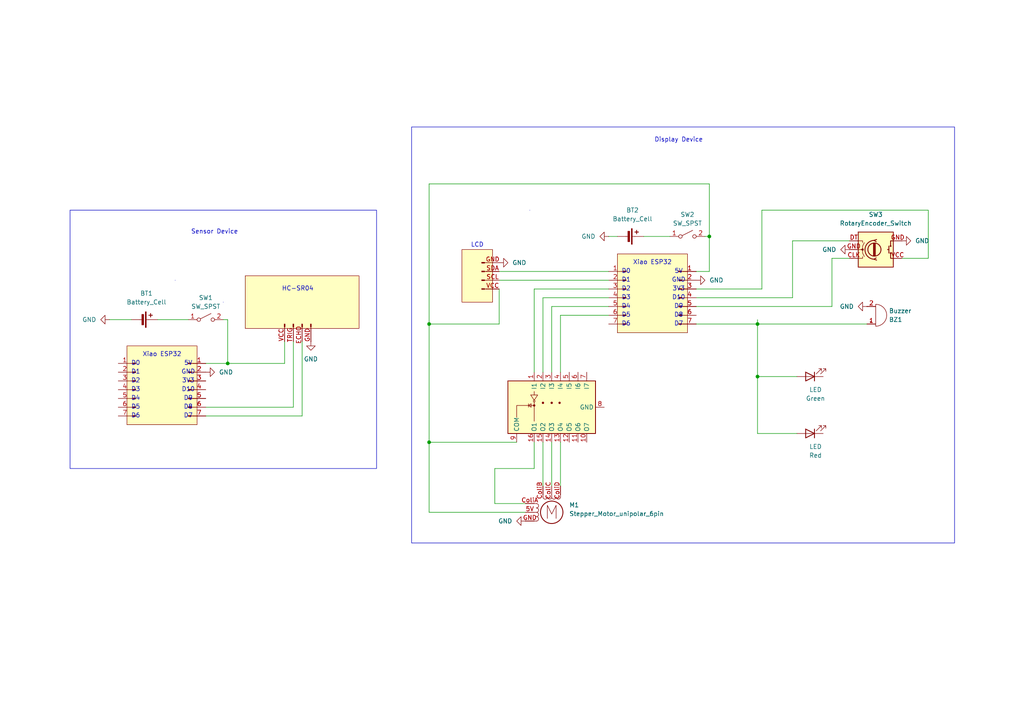
<source format=kicad_sch>
(kicad_sch (version 20250114) (generator "eeschema") (generator_version "9.0")
  (paper "A4")
  (lib_symbols
    (symbol "Conn_01x04_Pin_1" (pin_names (offset 1.016) (hide yes))
      (symbol "Conn_01x04_Pin_1_1_1"
        (rectangle (start 0.8636 2.667) (end 0 2.413) (stroke (width 0.1524)) (fill (type outline)))
        (rectangle (start 0.8636 0.127) (end 0 -0.127) (stroke (width 0.1524)) (fill (type outline)))
        (rectangle (start 0.8636 -2.413) (end 0 -2.667) (stroke (width 0.1524)) (fill (type outline)))
        (rectangle (start 0.8636 -4.953) (end 0 -5.207) (stroke (width 0.1524)) (fill (type outline)))
        (polyline (pts (xy 1.27 2.54) (xy 0.8636 2.54)) (stroke (width 0.1524)))
        (polyline (pts (xy 1.27 0) (xy 0.8636 0)) (stroke (width 0.1524)))
        (polyline (pts (xy 1.27 -2.54) (xy 0.8636 -2.54)) (stroke (width 0.1524)))
        (polyline (pts (xy 1.27 -5.08) (xy 0.8636 -5.08)) (stroke (width 0.1524)))
        (pin passive line (at 5.08 2.54 180) (length 3.81) (name "Pin_1") (number "GND"))
        (pin passive line (at 5.08 0 180) (length 3.81) (name "Pin_2") (number "SDA"))
        (pin passive line (at 5.08 -2.54 180) (length 3.81) (name "Pin_3") (number "SCL"))
        (pin passive line (at 5.08 -5.08 180) (length 3.81) (name "Pin_4") (number "VCC"))
      )
    )
    (symbol "Conn_01x07_Pin_1" (pin_names (offset 1.016) (hide yes))
      (symbol "Conn_01x07_Pin_1_1_0"
        (pin passive line (at 5.08 7.62 180) (length 3.81) (name "5V") (number "1"))
      )
      (symbol "Conn_01x07_Pin_1_1_1"
        (rectangle (start 0.8636 7.747) (end 0 7.493) (stroke (width 0.1524)) (fill (type outline)))
        (rectangle (start 0.8636 5.207) (end 0 4.953) (stroke (width 0.1524)) (fill (type outline)))
        (rectangle (start 0.8636 2.667) (end 0 2.413) (stroke (width 0.1524)) (fill (type outline)))
        (rectangle (start 0.8636 0.127) (end 0 -0.127) (stroke (width 0.1524)) (fill (type outline)))
        (rectangle (start 0.8636 -2.413) (end 0 -2.667) (stroke (width 0.1524)) (fill (type outline)))
        (rectangle (start 0.8636 -4.953) (end 0 -5.207) (stroke (width 0.1524)) (fill (type outline)))
        (rectangle (start 0.8636 -7.493) (end 0 -7.747) (stroke (width 0.1524)) (fill (type outline)))
        (polyline (pts (xy 1.27 7.62) (xy 0.8636 7.62)) (stroke (width 0.1524)))
        (polyline (pts (xy 1.27 5.08) (xy 0.8636 5.08)) (stroke (width 0.1524)))
        (polyline (pts (xy 1.27 2.54) (xy 0.8636 2.54)) (stroke (width 0.1524)))
        (polyline (pts (xy 1.27 0) (xy 0.8636 0)) (stroke (width 0.1524)))
        (polyline (pts (xy 1.27 -2.54) (xy 0.8636 -2.54)) (stroke (width 0.1524)))
        (polyline (pts (xy 1.27 -5.08) (xy 0.8636 -5.08)) (stroke (width 0.1524)))
        (polyline (pts (xy 1.27 -7.62) (xy 0.8636 -7.62)) (stroke (width 0.1524)))
        (pin passive line (at 5.08 5.08 180) (length 3.81) (name "GND") (number "2"))
        (pin passive line (at 5.08 2.54 180) (length 3.81) (name "Pin_3") (number "3"))
        (pin passive line (at 5.08 0 180) (length 3.81) (name "Pin_4") (number "4"))
        (pin passive line (at 5.08 -2.54 180) (length 3.81) (name "Pin_5") (number "5"))
        (pin passive line (at 5.08 -5.08 180) (length 3.81) (name "Pin_6") (number "6"))
        (pin passive line (at 5.08 -7.62 180) (length 3.81) (name "Pin_7") (number "7"))
      )
    )
    (symbol "Connector:Conn_01x04_Pin" (pin_names (offset 1.016) (hide yes))
      (symbol "Conn_01x04_Pin_1_1"
        (rectangle (start 0.8636 2.667) (end 0 2.413) (stroke (width 0.1524)) (fill (type outline)))
        (rectangle (start 0.8636 0.127) (end 0 -0.127) (stroke (width 0.1524)) (fill (type outline)))
        (rectangle (start 0.8636 -2.413) (end 0 -2.667) (stroke (width 0.1524)) (fill (type outline)))
        (rectangle (start 0.8636 -4.953) (end 0 -5.207) (stroke (width 0.1524)) (fill (type outline)))
        (polyline (pts (xy 1.27 2.54) (xy 0.8636 2.54)) (stroke (width 0.1524)))
        (polyline (pts (xy 1.27 0) (xy 0.8636 0)) (stroke (width 0.1524)))
        (polyline (pts (xy 1.27 -2.54) (xy 0.8636 -2.54)) (stroke (width 0.1524)))
        (polyline (pts (xy 1.27 -5.08) (xy 0.8636 -5.08)) (stroke (width 0.1524)))
        (pin passive line (at 5.08 2.54 180) (length 3.81) (name "Pin_1") (number "VCC"))
        (pin passive line (at 5.08 0 180) (length 3.81) (name "Pin_2") (number "TRIG"))
        (pin passive line (at 5.08 -2.54 180) (length 3.81) (name "Pin_3") (number "ECHO"))
        (pin passive line (at 5.08 -5.08 180) (length 3.81) (name "Pin_4") (number "GND"))
      )
    )
    (symbol "Connector:Conn_01x07_Pin" (pin_names (offset 1.016) (hide yes))
      (property "Reference" "J" (at 0 10.16 0))
      (property "Value" "Conn_01x07_Pin" (at 0 -10.16 0))
      (symbol "Conn_01x07_Pin_1_1"
        (rectangle (start 0.8636 7.747) (end 0 7.493) (stroke (width 0.1524)) (fill (type outline)))
        (rectangle (start 0.8636 5.207) (end 0 4.953) (stroke (width 0.1524)) (fill (type outline)))
        (rectangle (start 0.8636 2.667) (end 0 2.413) (stroke (width 0.1524)) (fill (type outline)))
        (rectangle (start 0.8636 0.127) (end 0 -0.127) (stroke (width 0.1524)) (fill (type outline)))
        (rectangle (start 0.8636 -2.413) (end 0 -2.667) (stroke (width 0.1524)) (fill (type outline)))
        (rectangle (start 0.8636 -4.953) (end 0 -5.207) (stroke (width 0.1524)) (fill (type outline)))
        (rectangle (start 0.8636 -7.493) (end 0 -7.747) (stroke (width 0.1524)) (fill (type outline)))
        (polyline (pts (xy 1.27 7.62) (xy 0.8636 7.62)) (stroke (width 0.1524)))
        (polyline (pts (xy 1.27 5.08) (xy 0.8636 5.08)) (stroke (width 0.1524)))
        (polyline (pts (xy 1.27 2.54) (xy 0.8636 2.54)) (stroke (width 0.1524)))
        (polyline (pts (xy 1.27 0) (xy 0.8636 0)) (stroke (width 0.1524)))
        (polyline (pts (xy 1.27 -2.54) (xy 0.8636 -2.54)) (stroke (width 0.1524)))
        (polyline (pts (xy 1.27 -5.08) (xy 0.8636 -5.08)) (stroke (width 0.1524)))
        (polyline (pts (xy 1.27 -7.62) (xy 0.8636 -7.62)) (stroke (width 0.1524)))
        (pin passive line (at 5.08 7.62 180) (length 3.81) (name "Pin_1") (number "1"))
        (pin passive line (at 5.08 5.08 180) (length 3.81) (name "Pin_2") (number "2"))
        (pin passive line (at 5.08 2.54 180) (length 3.81) (name "Pin_3") (number "3"))
        (pin passive line (at 5.08 0 180) (length 3.81) (name "Pin_4") (number "4"))
        (pin passive line (at 5.08 -2.54 180) (length 3.81) (name "Pin_5") (number "5"))
        (pin passive line (at 5.08 -5.08 180) (length 3.81) (name "Pin_6") (number "6"))
        (pin passive line (at 5.08 -7.62 180) (length 3.81) (name "Pin_7") (number "7"))
      )
    )
    (symbol "Device:Battery_Cell" (pin_numbers (hide yes)) (pin_names (offset 0) (hide yes))
      (property "Reference" "BT" (at 2.54 2.54 0))
      (property "Value" "Battery_Cell" (at 2.54 0 0))
      (symbol "Battery_Cell_0_1"
        (rectangle (start -2.286 1.778) (end 2.286 1.524) (fill (type outline)))
        (rectangle (start -1.524 1.016) (end 1.524 0.508) (fill (type outline)))
        (polyline (pts (xy 0 1.778) (xy 0 2.54)))
        (polyline (pts (xy 0 0.762) (xy 0 0)))
        (polyline (pts (xy 0.762 3.048) (xy 1.778 3.048)) (stroke (width 0.254)))
        (polyline (pts (xy 1.27 3.556) (xy 1.27 2.54)) (stroke (width 0.254)))
      )
      (symbol "Battery_Cell_1_1"
        (pin passive line (at 0 5.08 270) (length 2.54) (name "+") (number "1"))
        (pin passive line (at 0 -2.54 90) (length 2.54) (name "-") (number "2"))
      )
    )
    (symbol "Device:Buzzer" (pin_names (offset 0.0254) (hide yes))
      (property "Reference" "BZ" (at 3.81 1.27 0))
      (property "Value" "Buzzer" (at 3.81 -1.27 0))
      (symbol "Buzzer_0_1"
        (polyline (pts (xy -1.651 1.905) (xy -1.143 1.905)))
        (polyline (pts (xy -1.397 2.159) (xy -1.397 1.651)))
        (arc (start 0 3.175) (mid 3.1612 0) (end 0 -3.175))
        (polyline (pts (xy 0 3.175) (xy 0 -3.175)))
      )
      (symbol "Buzzer_1_1"
        (pin passive line (at -2.54 2.54 0) (length 2.54) (name "+") (number "1"))
        (pin passive line (at -2.54 -2.54 0) (length 2.54) (name "-") (number "2"))
      )
    )
    (symbol "Device:LED" (pin_numbers (hide yes)) (pin_names (offset 1.016) (hide yes))
      (property "Reference" "D" (at 0 2.54 0))
      (property "Value" "LED" (at 0 -2.54 0))
      (symbol "LED_0_1"
        (polyline (pts (xy -3.048 -0.762) (xy -4.572 -2.286) (xy -3.81 -2.286) (xy -4.572 -2.286) (xy -4.572 -1.524)))
        (polyline (pts (xy -1.778 -0.762) (xy -3.302 -2.286) (xy -2.54 -2.286) (xy -3.302 -2.286) (xy -3.302 -1.524)))
        (polyline (pts (xy -1.27 0) (xy 1.27 0)))
        (polyline (pts (xy -1.27 -1.27) (xy -1.27 1.27)) (stroke (width 0.254)))
        (polyline (pts (xy 1.27 -1.27) (xy 1.27 1.27) (xy -1.27 0) (xy 1.27 -1.27)) (stroke (width 0.254)))
      )
      (symbol "LED_1_1"
        (pin passive line (at -3.81 0 0) (length 2.54) (name "K") (number "1"))
        (pin passive line (at 3.81 0 180) (length 2.54) (name "A") (number "2"))
      )
    )
    (symbol "Device:RotaryEncoder_Switch" (pin_names (offset 0.254) (hide yes))
      (property "Reference" "SW3" (at 0 10.16 0))
      (property "Value" "RotaryEncoder_Switch" (at 0 7.62 0))
      (symbol "RotaryEncoder_Switch_0_1"
        (rectangle (start -5.08 5.08) (end 5.08 -5.08) (stroke (width 0.254)) (fill (type background)))
        (polyline (pts (xy -5.08 2.54) (xy -3.81 2.54) (xy -3.81 2.032)))
        (polyline (pts (xy -5.08 0) (xy -3.81 0) (xy -3.81 -1.016) (xy -3.302 -2.032)))
        (polyline (pts (xy -5.08 -2.54) (xy -3.81 -2.54) (xy -3.81 -2.032)))
        (polyline (pts (xy -4.318 0) (xy -3.81 0) (xy -3.81 1.016) (xy -3.302 2.032)))
        (circle (center -3.81 0) (radius 0.254) (fill (type outline)))
        (polyline (pts (xy -0.635 -1.778) (xy -0.635 1.778)) (stroke (width 0.254)))
        (circle (center -0.381 0) (radius 1.905) (stroke (width 0.254)))
        (polyline (pts (xy -0.381 -1.778) (xy -0.381 1.778)) (stroke (width 0.254)))
        (arc (start -0.381 -2.794) (mid -3.0988 -0.0635) (end -0.381 2.667) (stroke (width 0.254)))
        (polyline (pts (xy -0.127 1.778) (xy -0.127 -1.778)) (stroke (width 0.254)))
        (polyline (pts (xy 0.254 2.921) (xy -0.508 2.667) (xy 0.127 2.286)) (stroke (width 0.254)))
        (polyline (pts (xy 0.254 -3.048) (xy -0.508 -2.794) (xy 0.127 -2.413)) (stroke (width 0.254)))
        (polyline (pts (xy 3.81 1.016) (xy 3.81 -1.016)) (stroke (width 0.254)))
        (polyline (pts (xy 3.81 0) (xy 3.429 0)) (stroke (width 0.254)))
        (circle (center 4.318 1.016) (radius 0.127) (stroke (width 0.254)))
        (circle (center 4.318 -1.016) (radius 0.127) (stroke (width 0.254)))
        (polyline (pts (xy 5.08 2.54) (xy 4.318 2.54) (xy 4.318 1.016)) (stroke (width 0.254)))
        (polyline (pts (xy 5.08 -2.54) (xy 4.318 -2.54) (xy 4.318 -1.016)) (stroke (width 0.254)))
      )
      (symbol "RotaryEncoder_Switch_1_1"
        (pin passive line (at -7.62 2.54 0) (length 2.54) (name "A") (number "DT"))
        (pin passive line (at -7.62 0 0) (length 2.54) (name "C") (number "GND"))
        (pin passive line (at -7.62 -2.54 0) (length 2.54) (name "B") (number "CLK"))
        (pin passive line (at 7.62 2.54 180) (length 2.54) (name "S1") (number "GND"))
        (pin passive line (at 7.62 -2.54 180) (length 2.54) (name "S2") (number "VCC"))
      )
    )
    (symbol "Motor:Stepper_Motor_unipolar_6pin" (pin_names (offset 0) (hide yes))
      (property "Reference" "M1" (at 5.08 2.121 0))
      (property "Value" "Stepper_Motor_unipolar_6pin" (at 5.08 -0.419 0))
      (symbol "Stepper_Motor_unipolar_6pin_0_0"
        (polyline (pts (xy -1.27 -1.778) (xy -1.27 2.032) (xy 0 -0.508) (xy 1.27 2.032) (xy 1.27 -1.778)))
      )
      (symbol "Stepper_Motor_unipolar_6pin_0_1"
        (polyline (pts (xy -5.08 2.54) (xy -4.445 2.54)))
        (polyline (pts (xy -5.08 -2.54) (xy -4.445 -2.54)))
        (arc (start -4.445 2.54) (mid -3.8127 1.905) (end -4.445 1.27))
        (arc (start -4.445 1.27) (mid -3.8127 0.635) (end -4.445 0))
        (arc (start -4.445 0) (mid -3.8127 -0.635) (end -4.445 -1.27))
        (arc (start -4.445 -1.27) (mid -3.8127 -1.905) (end -4.445 -2.54))
        (polyline (pts (xy -4.445 0) (xy -5.08 0)))
        (polyline (pts (xy -2.54 4.445) (xy -2.54 5.08)))
        (arc (start -1.27 4.445) (mid -1.905 3.8127) (end -2.54 4.445))
        (arc (start 0 4.445) (mid -0.635 3.8127) (end -1.27 4.445))
        (polyline (pts (xy 0 4.445) (xy 0 5.08)))
        (circle (center 0 0) (radius 3.2512) (stroke (width 0.254)))
        (arc (start 1.27 4.445) (mid 0.635 3.8127) (end 0 4.445))
        (arc (start 2.54 4.445) (mid 1.905 3.8127) (end 1.27 4.445))
        (polyline (pts (xy 2.54 4.445) (xy 2.54 5.08)))
      )
      (symbol "Stepper_Motor_unipolar_6pin_1_1"
        (pin passive line (at -7.62 2.54 0) (length 2.54) (name "~") (number "ColiA"))
        (pin passive line (at -7.62 0 0) (length 2.54) (name "~") (number "5V"))
        (pin passive line (at -7.62 -2.54 0) (length 2.54) (name "~") (number "GND"))
        (pin passive line (at -2.54 7.62 270) (length 2.54) (name "~") (number "ColiB"))
        (pin passive line (at 0 7.62 270) (length 2.54) (name "~") (number "ColiC"))
        (pin passive line (at 2.54 7.62 270) (length 2.54) (name "-") (number "ColiD"))
      )
    )
    (symbol "Switch:SW_SPST" (pin_names (offset 0) (hide yes))
      (property "Reference" "SW" (at 0 3.175 0))
      (property "Value" "SW_SPST" (at 0 -2.54 0))
      (symbol "SW_SPST_0_0"
        (circle (center -2.032 0) (radius 0.508))
        (polyline (pts (xy -1.524 0.254) (xy 1.524 1.778)))
        (circle (center 2.032 0) (radius 0.508))
      )
      (symbol "SW_SPST_1_1"
        (pin passive line (at -5.08 0 0) (length 2.54) (name "A") (number "1"))
        (pin passive line (at 5.08 0 180) (length 2.54) (name "B") (number "2"))
      )
    )
    (symbol "Transistor_Array:ULN2003"
      (property "Reference" "U" (at 0 15.875 0))
      (property "Value" "ULN2003" (at 0 13.97 0))
      (symbol "ULN2003_0_1"
        (rectangle (start -7.62 -12.7) (end 7.62 12.7) (stroke (width 0.254)) (fill (type background)))
        (polyline (pts (xy -4.572 5.08) (xy -3.556 5.08)))
        (polyline (pts (xy -3.556 6.096) (xy -3.556 4.064) (xy -2.032 5.08) (xy -3.556 6.096)))
        (circle (center -1.778 5.08) (radius 0.254))
        (polyline (pts (xy -1.524 5.08) (xy 4.064 5.08)))
        (circle (center -1.27 2.54) (radius 0.254) (fill (type outline)))
        (circle (center -1.27 0) (radius 0.254) (fill (type outline)))
        (circle (center -1.27 -2.286) (radius 0.254) (fill (type outline)))
        (circle (center -0.508 5.08) (radius 0.254) (fill (type outline)))
        (polyline (pts (xy -0.508 5.08) (xy -0.508 10.16) (xy 2.921 10.16)))
        (polyline (pts (xy 0 6.731) (xy -1.016 6.731)))
        (polyline (pts (xy 0 5.969) (xy -1.016 5.969) (xy -0.508 6.731) (xy 0 5.969)))
      )
      (symbol "ULN2003_1_1"
        (pin input line (at -10.16 5.08 0) (length 2.54) (name "I1") (number "1"))
        (pin input line (at -10.16 2.54 0) (length 2.54) (name "I2") (number "2"))
        (pin input line (at -10.16 0 0) (length 2.54) (name "I3") (number "3"))
        (pin input line (at -10.16 -2.54 0) (length 2.54) (name "I4") (number "4"))
        (pin input line (at -10.16 -5.08 0) (length 2.54) (name "I5") (number "5"))
        (pin input line (at -10.16 -7.62 0) (length 2.54) (name "I6") (number "6"))
        (pin input line (at -10.16 -10.16 0) (length 2.54) (name "I7") (number "7"))
        (pin power_in line (at 0 -15.24 90) (length 2.54) (name "GND") (number "8"))
        (pin passive line (at 10.16 10.16 180) (length 2.54) (name "COM") (number "9"))
        (pin open_collector line (at 10.16 5.08 180) (length 2.54) (name "O1") (number "16"))
        (pin open_collector line (at 10.16 2.54 180) (length 2.54) (name "O2") (number "15"))
        (pin open_collector line (at 10.16 0 180) (length 2.54) (name "O3") (number "14"))
        (pin open_collector line (at 10.16 -2.54 180) (length 2.54) (name "O4") (number "13"))
        (pin open_collector line (at 10.16 -5.08 180) (length 2.54) (name "O5") (number "12"))
        (pin open_collector line (at 10.16 -7.62 180) (length 2.54) (name "O6") (number "11"))
        (pin open_collector line (at 10.16 -10.16 180) (length 2.54) (name "O7") (number "10"))
      )
    )
    (symbol "power:GND" (power) (pin_numbers (hide yes)) (pin_names (offset 0) (hide yes))
      (property "Value" "GND" (at 0 -3.81 0))
      (symbol "GND_0_1"
        (polyline (pts (xy 0 0) (xy 0 -1.27) (xy 1.27 -1.27) (xy 0 -2.54) (xy -1.27 -1.27) (xy 0 -1.27)))
      )
      (symbol "GND_1_1"
        (pin power_in line (at 0 0 270) (length 0) (name "~") (number "1"))
      )
    )
  )
  (rectangle (start 71.12 80.01) (end 104.14 95.25) (stroke (width 0) (color 132 0 0 1)) (fill (type color) (color 255 255 194 1)))
  (rectangle (start 64.77 87.63) (end 64.77 87.63))
  (rectangle (start 153.67 60.96) (end 153.67 60.96))
  (rectangle (start 20.32 60.96) (end 109.22 135.89))
  (rectangle (start 133.985 72.39) (end 142.875 87.63) (stroke (width 0) (color 132 0 0 1)) (fill (type color) (color 255 255 194 1)))
  (rectangle (start 119.38 36.83) (end 276.86 157.48))
  (rectangle (start 50.8 81.28) (end 50.8 81.28))
  (rectangle (start 36.83 100.33) (end 57.15 123.19) (stroke (width 0) (color 132 0 0 1)) (fill (type color) (color 255 255 194 1)))
  (rectangle (start 179.07 73.66) (end 199.39 96.52) (stroke (width 0) (color 132 0 0 1)) (fill (type color) (color 255 255 194 1)))
  (text "D5" (at 39.37 118.11 0) (effects (font (size 1.27 1.27))))
  (text "D10\n" (at 196.85 86.36 0) (effects (font (size 1.27 1.27))))
  (text "5V" (at 54.61 105.41 0) (effects (font (size 1.27 1.27))))
  (text "D7" (at 54.61 120.65 0) (effects (font (size 1.27 1.27))))
  (text "D2\n" (at 39.37 110.49 0) (effects (font (size 1.27 1.27))))
  (text "HC-SR04" (at 86.36 83.82 0) (effects (font (size 1.27 1.27))))
  (text "Display Device" (at 196.85 40.64 0) (effects (font (size 1.27 1.27))))
  (text "D5" (at 181.61 91.44 0) (effects (font (size 1.27 1.27))))
  (text "GND" (at 196.85 81.28 0) (effects (font (size 1.27 1.27))))
  (text "LCD" (at 138.43 71.12 0) (effects (font (size 1.27 1.27))))
  (text "D3" (at 181.61 86.36 0) (effects (font (size 1.27 1.27))))
  (text "D1" (at 181.61 81.28 0) (effects (font (size 1.27 1.27))))
  (text "D3" (at 39.37 113.03 0) (effects (font (size 1.27 1.27))))
  (text "Xiao ESP32" (at 46.99 102.87 0) (effects (font (size 1.27 1.27))))
  (text "D7" (at 196.85 93.98 0) (effects (font (size 1.27 1.27))))
  (text "D9" (at 54.61 115.57 0) (effects (font (size 1.27 1.27))))
  (text "D8" (at 54.61 118.11 0) (effects (font (size 1.27 1.27))))
  (text "3V3\n" (at 54.61 110.49 0) (effects (font (size 1.27 1.27))))
  (text "D6" (at 39.37 120.65 0) (effects (font (size 1.27 1.27))))
  (text "D4" (at 181.61 88.9 0) (effects (font (size 1.27 1.27))))
  (text "D4" (at 39.37 115.57 0) (effects (font (size 1.27 1.27))))
  (text "GND" (at 54.61 107.95 0) (effects (font (size 1.27 1.27))))
  (text "5V" (at 196.85 78.74 0) (effects (font (size 1.27 1.27))))
  (text "D0" (at 181.61 78.74 0) (effects (font (size 1.27 1.27))))
  (text "D0" (at 39.37 105.41 0) (effects (font (size 1.27 1.27))))
  (text "Xiao ESP32" (at 189.23 76.2 0) (effects (font (size 1.27 1.27))))
  (text "D6" (at 181.61 93.98 0) (effects (font (size 1.27 1.27))))
  (text "3V3\n" (at 196.85 83.82 0) (effects (font (size 1.27 1.27))))
  (text "D8" (at 196.85 91.44 0) (effects (font (size 1.27 1.27))))
  (text "D2\n" (at 181.61 83.82 0) (effects (font (size 1.27 1.27))))
  (text "D9" (at 196.85 88.9 0) (effects (font (size 1.27 1.27))))
  (text "D1" (at 39.37 107.95 0) (effects (font (size 1.27 1.27))))
  (text "Sensor Device" (at 62.23 67.31 0) (effects (font (size 1.27 1.27))))
  (text "D10\n" (at 54.61 113.03 0) (effects (font (size 1.27 1.27))))
  (junction (at 124.46 93.98))
  (junction (at 219.71 109.22))
  (junction (at 124.46 128.27))
  (junction (at 205.74 68.58))
  (junction (at 66.04 105.41))
  (junction (at 219.71 93.98))
  (wire (pts (xy 162.56 128.27) (xy 162.56 140.97)))
  (wire (pts (xy 160.02 88.9) (xy 176.53 88.9)))
  (wire (pts (xy 241.3 88.9) (xy 201.93 88.9)))
  (wire (pts (xy 231.14 109.22) (xy 219.71 109.22)))
  (wire (pts (xy 144.78 83.82) (xy 144.78 93.98)))
  (wire (pts (xy 229.87 69.85) (xy 229.87 86.36)))
  (wire (pts (xy 144.78 78.74) (xy 176.53 78.74)))
  (wire (pts (xy 201.93 93.98) (xy 219.71 93.98)))
  (wire (pts (xy 45.72 92.71) (xy 54.61 92.71)))
  (wire (pts (xy 82.55 105.41) (xy 82.55 99.06)))
  (wire (pts (xy 162.56 107.95) (xy 162.56 91.44)))
  (wire (pts (xy 157.48 107.95) (xy 157.48 86.36)))
  (wire (pts (xy 160.02 107.95) (xy 160.02 88.9)))
  (wire (pts (xy 160.02 128.27) (xy 160.02 140.97)))
  (wire (pts (xy 124.46 128.27) (xy 124.46 93.98)))
  (wire (pts (xy 261.62 74.93) (xy 269.24 74.93)))
  (wire (pts (xy 157.48 140.97) (xy 157.48 128.27)))
  (wire (pts (xy 66.04 105.41) (xy 59.69 105.41)))
  (wire (pts (xy 220.98 60.96) (xy 220.98 83.82)))
  (wire (pts (xy 176.53 68.58) (xy 179.07 68.58)))
  (wire (pts (xy 205.74 78.74) (xy 201.93 78.74)))
  (wire (pts (xy 162.56 91.44) (xy 176.53 91.44)))
  (wire (pts (xy 157.48 86.36) (xy 176.53 86.36)))
  (wire (pts (xy 87.63 120.65) (xy 59.69 120.65)))
  (wire (pts (xy 204.47 68.58) (xy 205.74 68.58)))
  (wire (pts (xy 154.94 107.95) (xy 154.94 83.82)))
  (wire (pts (xy 219.71 92.71) (xy 219.71 93.98)))
  (wire (pts (xy 269.24 74.93) (xy 269.24 60.96)))
  (wire (pts (xy 143.51 146.05) (xy 152.4 146.05)))
  (wire (pts (xy 154.94 128.27) (xy 154.94 135.89)))
  (wire (pts (xy 186.69 68.58) (xy 194.31 68.58)))
  (wire (pts (xy 231.14 125.73) (xy 219.71 125.73)))
  (wire (pts (xy 251.46 93.98) (xy 219.71 93.98)))
  (wire (pts (xy 220.98 83.82) (xy 201.93 83.82)))
  (wire (pts (xy 149.86 128.27) (xy 124.46 128.27)))
  (wire (pts (xy 66.04 92.71) (xy 64.77 92.71)))
  (wire (pts (xy 154.94 135.89) (xy 143.51 135.89)))
  (wire (pts (xy 201.93 86.36) (xy 229.87 86.36)))
  (wire (pts (xy 144.78 81.28) (xy 176.53 81.28)))
  (wire (pts (xy 82.55 105.41) (xy 66.04 105.41)))
  (wire (pts (xy 66.04 92.71) (xy 66.04 105.41)))
  (wire (pts (xy 124.46 53.34) (xy 205.74 53.34)))
  (wire (pts (xy 124.46 148.59) (xy 124.46 128.27)))
  (wire (pts (xy 124.46 93.98) (xy 124.46 53.34)))
  (wire (pts (xy 87.63 99.06) (xy 87.63 120.65)))
  (wire (pts (xy 31.75 92.71) (xy 38.1 92.71)))
  (wire (pts (xy 85.09 99.06) (xy 85.09 118.11)))
  (wire (pts (xy 152.4 148.59) (xy 124.46 148.59)))
  (wire (pts (xy 205.74 53.34) (xy 205.74 68.58)))
  (wire (pts (xy 205.74 68.58) (xy 205.74 78.74)))
  (wire (pts (xy 219.71 93.98) (xy 219.71 109.22)))
  (wire (pts (xy 269.24 60.96) (xy 220.98 60.96)))
  (wire (pts (xy 219.71 109.22) (xy 219.71 125.73)))
  (wire (pts (xy 154.94 83.82) (xy 176.53 83.82)))
  (wire (pts (xy 144.78 93.98) (xy 124.46 93.98)))
  (wire (pts (xy 246.38 69.85) (xy 229.87 69.85)))
  (wire (pts (xy 241.3 74.93) (xy 246.38 74.93)))
  (wire (pts (xy 241.3 74.93) (xy 241.3 88.9)))
  (wire (pts (xy 143.51 135.89) (xy 143.51 146.05)))
  (wire (pts (xy 85.09 118.11) (xy 59.69 118.11)))
  (symbol (lib_id "Device:Battery_Cell") (at 181.61 68.58 270) (mirror x) (unit 1)
    (property "Reference" "BT2" (at 183.4515 60.96 90))
    (property "Value" "Battery_Cell" (at 183.4515 63.5 90))
    (property "Description" "Single-cell battery" (effects (hide yes)))
  )
  (symbol (lib_id "Device:LED") (at 234.95 109.22 180) (unit 1)
    (property "Reference" "Green" (at 236.5375 115.57 0))
    (property "Value" "LED" (at 236.5375 113.03 0))
    (property "Description" "Light emitting diode" (effects (hide yes)))
    (property "Sim.Pins" "1=K 2=A" (effects (hide yes)))
  )
  (symbol (lib_id "Motor:Stepper_Motor_unipolar_6pin") (at 160.02 148.59 0) (unit 1)
    (property "Reference" "M1" (at 165.1 146.469 0) (effects (justify left)))
    (property "Value" "Stepper_Motor_unipolar_6pin" (at 165.1 149.009 0) (effects (justify left)))
    (property "Datasheet" "http://www.infineon.com/dgdl/Application-Note-TLE8110EE_driving_UniPolarStepperMotor_V1.1.pdf?fileId=db3a30431be39b97011be5d0aa0a00b0" (effects (hide yes)))
    (property "Description" "6-wire unipolar stepper motor" (effects (hide yes)))
  )
  (symbol (lib_id "power:GND") (at 90.17 99.06 0) (unit 1)
    (property "Reference" "#PWR03" (effects (hide yes)))
    (property "Value" "GND" (at 90.17 104.14 0))
    (property "Description" "Power symbol creates a global label with name \"GND\" , ground" (effects (hide yes)))
  )
  (symbol (lib_id "power:GND") (at 31.75 92.71 270) (unit 1)
    (property "Reference" "#PWR02" (effects (hide yes)))
    (property "Value" "GND" (at 27.94 92.7101 90) (effects (justify right)))
    (property "Description" "Power symbol creates a global label with name \"GND\" , ground" (effects (hide yes)))
  )
  (symbol (lib_id "power:GND") (at 261.62 69.85 90) (unit 1)
    (property "Reference" "#PWR010" (effects (hide yes)))
    (property "Value" "GND" (at 265.43 69.8499 90) (effects (justify right)))
    (property "Description" "Power symbol creates a global label with name \"GND\" , ground" (effects (hide yes)))
  )
  (symbol (lib_id "power:GND") (at 144.78 76.2 90) (unit 1)
    (property "Reference" "#PWR08" (effects (hide yes)))
    (property "Value" "GND" (at 148.59 76.1999 90) (effects (justify right)))
    (property "Description" "Power symbol creates a global label with name \"GND\" , ground" (effects (hide yes)))
  )
  (symbol (lib_id "Device:Battery_Cell") (at 40.64 92.71 270) (mirror x) (unit 1)
    (property "Reference" "BT1" (at 42.4815 85.09 90))
    (property "Value" "Battery_Cell" (at 42.4815 87.63 90))
    (property "Description" "Single-cell battery" (effects (hide yes)))
  )
  (symbol (lib_id "Connector:Conn_01x07_Pin") (at 181.61 86.36 0) (mirror y) (unit 1)
    (property "Reference" "J4" (effects (hide yes)))
    (property "Description" "Generic connector, single row, 01x07, script generated" (effects (hide yes)))
  )
  (symbol (lib_id "Device:LED") (at 234.95 125.73 180) (unit 1)
    (property "Reference" "Red" (at 236.5375 132.08 0))
    (property "Value" "LED" (at 236.5375 129.54 0))
    (property "Description" "Light emitting diode" (effects (hide yes)))
    (property "Sim.Pins" "1=K 2=A" (effects (hide yes)))
  )
  (symbol (lib_id "Device:RotaryEncoder_Switch") (at 254 72.39 0) (unit 1)
    (property "Reference" "SW3" (at 254 62.23 0))
    (property "Value" "RotaryEncoder_Switch" (at 254 64.77 0))
    (property "Description" "Rotary encoder, dual channel, incremental quadrate outputs, with switch" (effects (hide yes)))
  )
  (symbol (lib_id "power:GND") (at 176.53 68.58 270) (unit 1)
    (property "Reference" "#PWR05" (effects (hide yes)))
    (property "Value" "GND" (at 172.72 68.5801 90) (effects (justify right)))
    (property "Description" "Power symbol creates a global label with name \"GND\" , ground" (effects (hide yes)))
  )
  (symbol (lib_id "power:GND") (at 152.4 151.13 270) (unit 1)
    (property "Reference" "#PWR07" (effects (hide yes)))
    (property "Value" "GND" (at 148.59 151.1299 90) (effects (justify right)))
    (property "Description" "Power symbol creates a global label with name \"GND\" , ground" (effects (hide yes)))
  )
  (symbol (lib_id "Switch:SW_SPST") (at 199.39 68.58 0) (unit 1)
    (property "Reference" "SW2" (at 199.39 62.23 0))
    (property "Value" "SW_SPST" (at 199.39 64.77 0))
    (property "Description" "Single Pole Single Throw (SPST) switch" (effects (hide yes)))
  )
  (symbol (lib_id "power:GND") (at 251.46 88.9 270) (unit 1)
    (property "Reference" "#PWR06" (effects (hide yes)))
    (property "Value" "GND" (at 247.65 88.8999 90) (effects (justify right)))
    (property "Description" "Power symbol creates a global label with name \"GND\" , ground" (effects (hide yes)))
  )
  (symbol (lib_name "Conn_01x07_Pin_1") (lib_id "Connector:Conn_01x07_Pin") (at 196.85 86.36 0) (unit 1)
    (property "Reference" "J5" (effects (hide yes)))
    (property "Value" "Conn_01x07_Pin" (effects (hide yes)))
    (property "Description" "Generic connector, single row, 01x07, script generated" (effects (hide yes)))
  )
  (symbol (lib_id "Connector:Conn_01x04_Pin") (at 85.09 93.98 90) (mirror x) (unit 1)
    (property "Reference" "J3" (effects (hide yes)))
    (property "Value" "Conn_01x04_Pin" (effects (hide yes)))
    (property "Description" "Generic connector, single row, 01x04, script generated" (effects (hide yes)))
  )
  (symbol (lib_id "Transistor_Array:ULN2003") (at 160.02 118.11 90) (mirror x) (unit 1)
    (property "Reference" "U1" (effects (hide yes)))
    (property "Value" "ULN2003" (effects (hide yes)))
    (property "Datasheet" "http://www.ti.com/lit/ds/symlink/uln2003a.pdf" (effects (hide yes)))
    (property "Description" "High Voltage, High Current Darlington Transistor Arrays, SOIC16/SOIC16W/DIP16/TSSOP16" (effects (hide yes)))
  )
  (symbol (lib_id "power:GND") (at 246.38 72.39 270) (unit 1)
    (property "Reference" "#PWR09" (effects (hide yes)))
    (property "Value" "GND" (at 242.57 72.3899 90) (effects (justify right)))
    (property "Description" "Power symbol creates a global label with name \"GND\" , ground" (effects (hide yes)))
  )
  (symbol (lib_id "power:GND") (at 59.69 107.95 90) (mirror x) (unit 1)
    (property "Reference" "#PWR01" (effects (hide yes)))
    (property "Value" "GND" (at 63.5 107.9499 90) (effects (justify right)))
    (property "Description" "Power symbol creates a global label with name \"GND\" , ground" (effects (hide yes)))
  )
  (symbol (lib_id "power:GND") (at 201.93 81.28 90) (mirror x) (unit 1)
    (property "Reference" "#PWR04" (effects (hide yes)))
    (property "Value" "GND" (at 205.74 81.2799 90) (effects (justify right)))
    (property "Description" "Power symbol creates a global label with name \"GND\" , ground" (effects (hide yes)))
  )
  (symbol (lib_id "Switch:SW_SPST") (at 59.69 92.71 0) (unit 1)
    (property "Reference" "SW1" (at 59.69 86.36 0))
    (property "Value" "SW_SPST" (at 59.69 88.9 0))
    (property "Description" "Single Pole Single Throw (SPST) switch" (effects (hide yes)))
  )
  (symbol (lib_id "Device:Buzzer") (at 254 91.44 0) (mirror x) (unit 1)
    (property "Reference" "BZ1" (at 257.81 92.7101 0) (effects (justify left)))
    (property "Value" "Buzzer" (at 257.81 90.1701 0) (effects (justify left)))
    (property "Description" "Buzzer, polarized" (effects (hide yes)))
  )
  (symbol (lib_id "Connector:Conn_01x07_Pin") (at 39.37 113.03 0) (mirror y) (unit 1)
    (property "Reference" "J2" (effects (hide yes)))
    (property "Description" "Generic connector, single row, 01x07, script generated" (effects (hide yes)))
  )
  (symbol (lib_name "Conn_01x04_Pin_1") (lib_id "Connector:Conn_01x04_Pin") (at 139.7 78.74 0) (unit 1)
    (property "Reference" "J6" (effects (hide yes)))
    (property "Value" "Conn_01x04_Pin" (effects (hide yes)))
    (property "Description" "Generic connector, single row, 01x04, script generated" (effects (hide yes)))
  )
  (symbol (lib_name "Conn_01x07_Pin_1") (lib_id "Connector:Conn_01x07_Pin") (at 54.61 113.03 0) (unit 1)
    (property "Reference" "J1" (effects (hide yes)))
    (property "Value" "Conn_01x07_Pin" (effects (hide yes)))
    (property "Description" "Generic connector, single row, 01x07, script generated" (effects (hide yes)))
  )
)
</source>
